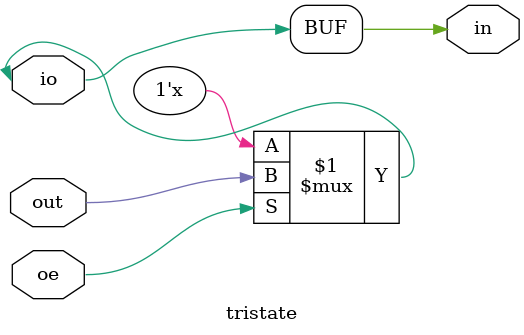
<source format=v>
module tristate #(parameter N = 1) // width of port
   (
    inout  [N-1:0]  io,   // bidirectional port
    input  [N-1:0]  oe,   // output enable (1 = output, 0 = input)
    output [N-1:0]  in,   // port as input
    input  [N-1:0]  out   // port as output
    );

    assign in[N-1:0] = io[N-1:0];

    genvar i;
    generate
      for (i = 0; i < N; i = i + 1)
      begin : gen_tristate
	assign io[i] = oe[i] ? out[i] : 1'bZ;
      end
    endgenerate

endmodule // tristate
</source>
